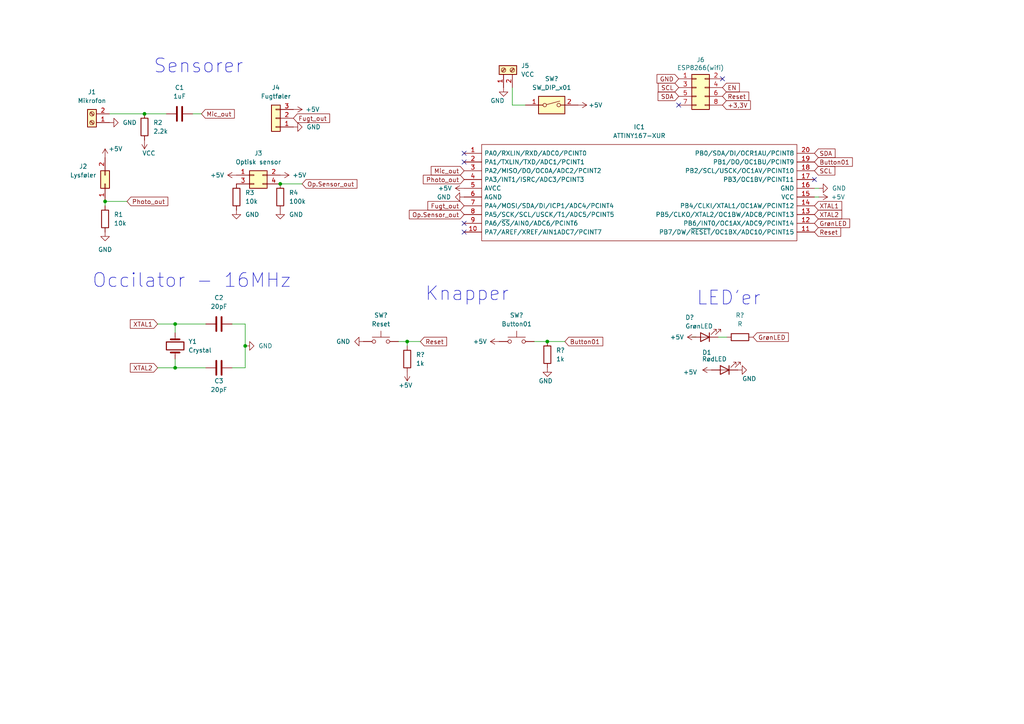
<source format=kicad_sch>
(kicad_sch (version 20211123) (generator eeschema)
  (paper "A4")
  (lib_symbols
    (symbol "Connector:Screw_Terminal_01x02" (pin_names (offset 1.016) hide)
      (property "Reference" "J" (at 0 2.54 0))
      (property "Value" "Screw_Terminal_01x02" (at 0 -5.08 0))
      (symbol "Screw_Terminal_01x02_1_1"
        (rectangle (start -1.27 1.27) (end 1.27 -3.81) (stroke (width 0.254)) (fill (type background)))
        (circle (center 0 -2.54) (radius 0.635) (stroke (width 0.1524)))
        (polyline (pts (xy -0.5334 -2.2098) (xy 0.3302 -3.048)) (stroke (width 0.1524)))
        (polyline (pts (xy -0.5334 0.3302) (xy 0.3302 -0.508)) (stroke (width 0.1524)))
        (polyline (pts (xy -0.3556 -2.032) (xy 0.508 -2.8702)) (stroke (width 0.1524)))
        (polyline (pts (xy -0.3556 0.508) (xy 0.508 -0.3302)) (stroke (width 0.1524)))
        (circle (center 0 0) (radius 0.635) (stroke (width 0.1524)))
        (pin passive line (at -5.08 0 0) (length 3.81) (name "Pin_1") (number "1"))
        (pin passive line (at -5.08 -2.54 0) (length 3.81) (name "Pin_2") (number "2"))
      )
    )
    (symbol "Connector_Generic:Conn_01x03" (pin_names (offset 1.016) hide)
      (property "Reference" "J" (at 0 5.08 0))
      (property "Value" "Conn_01x03" (at 0 -5.08 0))
      (symbol "Conn_01x03_1_1"
        (rectangle (start -1.27 -2.413) (end 0 -2.667) (stroke (width 0.1524)))
        (rectangle (start -1.27 0.127) (end 0 -0.127) (stroke (width 0.1524)))
        (rectangle (start -1.27 2.667) (end 0 2.413) (stroke (width 0.1524)))
        (rectangle (start -1.27 3.81) (end 1.27 -3.81) (stroke (width 0.254)) (fill (type background)))
        (pin passive line (at -5.08 2.54 0) (length 3.81) (name "Pin_1") (number "1"))
        (pin passive line (at -5.08 0 0) (length 3.81) (name "Pin_2") (number "2"))
        (pin passive line (at -5.08 -2.54 0) (length 3.81) (name "Pin_3") (number "3"))
      )
    )
    (symbol "Connector_Generic:Conn_02x01" (pin_names (offset 1.016) hide)
      (property "Reference" "J" (at 1.27 2.54 0))
      (property "Value" "Conn_02x01" (at 1.27 -2.54 0))
      (symbol "Conn_02x01_1_1"
        (rectangle (start -1.27 0.127) (end 0 -0.127) (stroke (width 0.1524)))
        (rectangle (start -1.27 1.27) (end 3.81 -1.27) (stroke (width 0.254)) (fill (type background)))
        (rectangle (start 3.81 0.127) (end 2.54 -0.127) (stroke (width 0.1524)))
        (pin passive line (at -5.08 0 0) (length 3.81) (name "Pin_1") (number "1"))
        (pin passive line (at 7.62 0 180) (length 3.81) (name "Pin_2") (number "2"))
      )
    )
    (symbol "Connector_Generic:Conn_02x02_Odd_Even" (pin_names (offset 1.016) hide)
      (property "Reference" "J" (at 1.27 2.54 0))
      (property "Value" "Conn_02x02_Odd_Even" (at 1.27 -5.08 0))
      (symbol "Conn_02x02_Odd_Even_1_1"
        (rectangle (start -1.27 -2.413) (end 0 -2.667) (stroke (width 0.1524)))
        (rectangle (start -1.27 0.127) (end 0 -0.127) (stroke (width 0.1524)))
        (rectangle (start -1.27 1.27) (end 3.81 -3.81) (stroke (width 0.254)) (fill (type background)))
        (rectangle (start 3.81 -2.413) (end 2.54 -2.667) (stroke (width 0.1524)))
        (rectangle (start 3.81 0.127) (end 2.54 -0.127) (stroke (width 0.1524)))
        (pin passive line (at -5.08 0 0) (length 3.81) (name "Pin_1") (number "1"))
        (pin passive line (at 7.62 0 180) (length 3.81) (name "Pin_2") (number "2"))
        (pin passive line (at -5.08 -2.54 0) (length 3.81) (name "Pin_3") (number "3"))
        (pin passive line (at 7.62 -2.54 180) (length 3.81) (name "Pin_4") (number "4"))
      )
    )
    (symbol "Connector_Generic:Conn_02x04_Odd_Even" (pin_names (offset 1.016) hide)
      (property "Reference" "J" (at 1.27 5.08 0))
      (property "Value" "Conn_02x04_Odd_Even" (at 1.27 -7.62 0))
      (symbol "Conn_02x04_Odd_Even_1_1"
        (rectangle (start -1.27 -4.953) (end 0 -5.207) (stroke (width 0.1524)))
        (rectangle (start -1.27 -2.413) (end 0 -2.667) (stroke (width 0.1524)))
        (rectangle (start -1.27 0.127) (end 0 -0.127) (stroke (width 0.1524)))
        (rectangle (start -1.27 2.667) (end 0 2.413) (stroke (width 0.1524)))
        (rectangle (start -1.27 3.81) (end 3.81 -6.35) (stroke (width 0.254)) (fill (type background)))
        (rectangle (start 3.81 -4.953) (end 2.54 -5.207) (stroke (width 0.1524)))
        (rectangle (start 3.81 -2.413) (end 2.54 -2.667) (stroke (width 0.1524)))
        (rectangle (start 3.81 0.127) (end 2.54 -0.127) (stroke (width 0.1524)))
        (rectangle (start 3.81 2.667) (end 2.54 2.413) (stroke (width 0.1524)))
        (pin passive line (at -5.08 2.54 0) (length 3.81) (name "Pin_1") (number "1"))
        (pin passive line (at 7.62 2.54 180) (length 3.81) (name "Pin_2") (number "2"))
        (pin passive line (at -5.08 0 0) (length 3.81) (name "Pin_3") (number "3"))
        (pin passive line (at 7.62 0 180) (length 3.81) (name "Pin_4") (number "4"))
        (pin passive line (at -5.08 -2.54 0) (length 3.81) (name "Pin_5") (number "5"))
        (pin passive line (at 7.62 -2.54 180) (length 3.81) (name "Pin_6") (number "6"))
        (pin passive line (at -5.08 -5.08 0) (length 3.81) (name "Pin_7") (number "7"))
        (pin passive line (at 7.62 -5.08 180) (length 3.81) (name "Pin_8") (number "8"))
      )
    )
    (symbol "Device:C" (pin_numbers hide) (pin_names (offset 0.254))
      (property "Reference" "C" (at 0.635 2.54 0))
      (property "Value" "C" (at 0.635 -2.54 0))
      (symbol "C_0_1"
        (polyline (pts (xy -2.032 -0.762) (xy 2.032 -0.762)) (stroke (width 0.508)))
        (polyline (pts (xy -2.032 0.762) (xy 2.032 0.762)) (stroke (width 0.508)))
      )
      (symbol "C_1_1"
        (pin passive line (at 0 3.81 270) (length 2.794) (name "~") (number "1"))
        (pin passive line (at 0 -3.81 90) (length 2.794) (name "~") (number "2"))
      )
    )
    (symbol "Device:Crystal" (pin_numbers hide) (pin_names (offset 1.016) hide)
      (property "Reference" "Y" (at 0 3.81 0))
      (property "Value" "Crystal" (at 0 -3.81 0))
      (symbol "Crystal_0_1"
        (rectangle (start -1.143 2.54) (end 1.143 -2.54) (stroke (width 0.3048)))
        (polyline (pts (xy -2.54 0) (xy -1.905 0)))
        (polyline (pts (xy -1.905 -1.27) (xy -1.905 1.27)) (stroke (width 0.508)))
        (polyline (pts (xy 1.905 -1.27) (xy 1.905 1.27)) (stroke (width 0.508)))
        (polyline (pts (xy 2.54 0) (xy 1.905 0)))
      )
      (symbol "Crystal_1_1"
        (pin passive line (at -3.81 0 0) (length 1.27) (name "1") (number "1"))
        (pin passive line (at 3.81 0 180) (length 1.27) (name "2") (number "2"))
      )
    )
    (symbol "Device:LED" (pin_numbers hide) (pin_names (offset 1.016) hide)
      (property "Reference" "D" (at 0 2.54 0))
      (property "Value" "LED" (at 0 -2.54 0))
      (symbol "LED_0_1"
        (polyline (pts (xy -1.27 -1.27) (xy -1.27 1.27)) (stroke (width 0.254)))
        (polyline (pts (xy -1.27 0) (xy 1.27 0)))
        (polyline (pts (xy 1.27 -1.27) (xy 1.27 1.27) (xy -1.27 0) (xy 1.27 -1.27)) (stroke (width 0.254)))
        (polyline (pts (xy -3.048 -0.762) (xy -4.572 -2.286) (xy -3.81 -2.286) (xy -4.572 -2.286) (xy -4.572 -1.524)))
        (polyline (pts (xy -1.778 -0.762) (xy -3.302 -2.286) (xy -2.54 -2.286) (xy -3.302 -2.286) (xy -3.302 -1.524)))
      )
      (symbol "LED_1_1"
        (pin passive line (at -3.81 0 0) (length 2.54) (name "K") (number "1"))
        (pin passive line (at 3.81 0 180) (length 2.54) (name "A") (number "2"))
      )
    )
    (symbol "Device:R" (pin_numbers hide) (pin_names (offset 0))
      (property "Reference" "R" (at 2.032 0 90))
      (property "Value" "R" (at 0 0 90))
      (symbol "R_0_1"
        (rectangle (start -1.016 -2.54) (end 1.016 2.54) (stroke (width 0.254)))
      )
      (symbol "R_1_1"
        (pin passive line (at 0 3.81 270) (length 1.27) (name "~") (number "1"))
        (pin passive line (at 0 -3.81 90) (length 1.27) (name "~") (number "2"))
      )
    )
    (symbol "Switch:SW_DIP_x01" (pin_names (offset 0) hide)
      (property "Reference" "SW" (at 0 3.81 0))
      (property "Value" "SW_DIP_x01" (at 0 -3.81 0))
      (symbol "SW_DIP_x01_0_0"
        (circle (center -2.032 0) (radius 0.508))
        (polyline (pts (xy -1.524 0.127) (xy 2.3622 1.1684)))
        (circle (center 2.032 0) (radius 0.508))
      )
      (symbol "SW_DIP_x01_0_1"
        (rectangle (start -3.81 2.54) (end 3.81 -2.54) (stroke (width 0.254)) (fill (type background)))
      )
      (symbol "SW_DIP_x01_1_1"
        (pin passive line (at -7.62 0 0) (length 5.08) (name "~") (number "1"))
        (pin passive line (at 7.62 0 180) (length 5.08) (name "~") (number "2"))
      )
    )
    (symbol "Switch:SW_MEC_5G" (pin_numbers hide) (pin_names (offset 1.016) hide)
      (property "Reference" "SW" (at 1.27 2.54 0))
      (property "Value" "SW_MEC_5G" (at 0 -1.524 0))
      (symbol "SW_MEC_5G_0_1"
        (circle (center -2.032 0) (radius 0.508))
        (polyline (pts (xy 0 1.27) (xy 0 3.048)))
        (polyline (pts (xy 2.54 1.27) (xy -2.54 1.27)))
        (circle (center 2.032 0) (radius 0.508))
        (pin passive line (at -5.08 0 0) (length 2.54) (name "A") (number "1"))
        (pin passive line (at 5.08 0 180) (length 2.54) (name "B") (number "3"))
      )
      (symbol "SW_MEC_5G_1_1"
        (pin passive line (at -5.08 0 0) (length 2.54) hide (name "A") (number "2"))
        (pin passive line (at 5.08 0 180) (length 2.54) hide (name "B") (number "4"))
      )
    )
    (symbol "power:+5V" (power) (pin_names (offset 0))
      (property "Value" "+5V" (at 0 3.556 0))
      (symbol "+5V_0_1"
        (polyline (pts (xy -0.762 1.27) (xy 0 2.54)))
        (polyline (pts (xy 0 0) (xy 0 2.54)))
        (polyline (pts (xy 0 2.54) (xy 0.762 1.27)))
      )
      (symbol "+5V_1_1"
        (pin power_in line (at 0 0 90) (length 0) hide (name "+5V") (number "1"))
      )
    )
    (symbol "power:GND" (power) (pin_names (offset 0))
      (property "Value" "GND" (at 0 -3.81 0))
      (symbol "GND_0_1"
        (polyline (pts (xy 0 0) (xy 0 -1.27) (xy 1.27 -1.27) (xy 0 -2.54) (xy -1.27 -1.27) (xy 0 -1.27)))
      )
      (symbol "GND_1_1"
        (pin power_in line (at 0 0 270) (length 0) hide (name "GND") (number "1"))
      )
    )
    (symbol "power:VCC" (power) (pin_names (offset 0))
      (property "Value" "VCC" (at 0 3.81 0))
      (symbol "VCC_0_1"
        (polyline (pts (xy -0.762 1.27) (xy 0 2.54)))
        (polyline (pts (xy 0 0) (xy 0 2.54)))
        (polyline (pts (xy 0 2.54) (xy 0.762 1.27)))
      )
      (symbol "VCC_1_1"
        (pin power_in line (at 0 0 90) (length 0) hide (name "VCC") (number "1"))
      )
    )
    (symbol "vitorkicad:ATTINY167-XUR" (pin_names (offset 0.762))
      (property "Reference" "IC" (at 97.79 7.62 0))
      (property "Value" "ATTINY167-XUR" (at 97.79 5.08 0))
      (symbol "ATTINY167-XUR_0_0"
        (pin bidirectional line (at 0 0 0) (length 5.08) (name "PA0/RXLIN/RXD/ADC0/PCINT0") (number "1"))
        (pin bidirectional line (at 0 -22.86 0) (length 5.08) (name "PA7/AREF/XREF/AIN1ADC7/PCINT7") (number "10"))
        (pin bidirectional line (at 101.6 -22.86 180) (length 5.08) (name "PB7/DW/~{RESET}/OC1BX/ADC10/PCINT15") (number "11"))
        (pin bidirectional line (at 101.6 -20.32 180) (length 5.08) (name "PB6/INT0/OC1AX/ADC9/PCINT14") (number "12"))
        (pin bidirectional line (at 101.6 -17.78 180) (length 5.08) (name "PB5/CLKO/XTAL2/OC1BW/ADC8/PCINT13") (number "13"))
        (pin bidirectional line (at 101.6 -15.24 180) (length 5.08) (name "PB4/CLKI/XTAL1/OC1AW/PCINT12") (number "14"))
        (pin power_in line (at 101.6 -12.7 180) (length 5.08) (name "VCC") (number "15"))
        (pin power_in line (at 101.6 -10.16 180) (length 5.08) (name "GND") (number "16"))
        (pin bidirectional line (at 101.6 -7.62 180) (length 5.08) (name "PB3/OC1BV/PCINT11") (number "17"))
        (pin bidirectional line (at 101.6 -5.08 180) (length 5.08) (name "PB2/SCL/USCK/OC1AV/PCINT10") (number "18"))
        (pin bidirectional line (at 101.6 -2.54 180) (length 5.08) (name "PB1/DO/OC1BU/PCINT9") (number "19"))
        (pin bidirectional line (at 0 -2.54 0) (length 5.08) (name "PA1/TXLIN/TXD/ADC1/PCINT1") (number "2"))
        (pin bidirectional line (at 101.6 0 180) (length 5.08) (name "PB0/SDA/DI/OCR1AU/PCINT8") (number "20"))
        (pin bidirectional line (at 0 -5.08 0) (length 5.08) (name "PA2/MISO/DO/OC0A/ADC2/PCINT2") (number "3"))
        (pin bidirectional line (at 0 -7.62 0) (length 5.08) (name "PA3/INT1/ISRC/ADC3/PCINT3") (number "4"))
        (pin power_in line (at 0 -10.16 0) (length 5.08) (name "AVCC") (number "5"))
        (pin power_in line (at 0 -12.7 0) (length 5.08) (name "AGND") (number "6"))
        (pin bidirectional line (at 0 -15.24 0) (length 5.08) (name "PA4/MOSI/SDA/DI/ICP1/ADC4/PCINT4") (number "7"))
        (pin bidirectional line (at 0 -17.78 0) (length 5.08) (name "PA5/SCK/SCL/USCK/T1/ADC5/PCINT5") (number "8"))
        (pin bidirectional line (at 0 -20.32 0) (length 5.08) (name "PA6/~{SS}/AIN0/ADC6/PCINT6") (number "9"))
      )
      (symbol "ATTINY167-XUR_0_1"
        (polyline (pts (xy 5.08 2.54) (xy 96.52 2.54) (xy 96.52 -25.4) (xy 5.08 -25.4) (xy 5.08 2.54)) (stroke (width 0.1524)))
      )
    )
  )
  (junction (at 118.11 99.06))
  (junction (at 50.8 93.98))
  (junction (at 71.12 100.33))
  (junction (at 50.8 106.68))
  (junction (at 81.28 53.34))
  (junction (at 30.48 58.42))
  (junction (at 41.91 33.02))
  (junction (at 158.75 99.06))
  (no_connect (at 236.22 52.07))
  (no_connect (at 134.62 64.77))
  (no_connect (at 134.62 67.31))
  (no_connect (at 209.55 22.86))
  (no_connect (at 134.62 44.45))
  (no_connect (at 134.62 46.99))
  (no_connect (at 196.85 30.48))
  (wire (pts (xy 31.75 33.02) (xy 41.91 33.02)))
  (wire (pts (xy 81.28 53.34) (xy 87.63 53.34)))
  (wire (pts (xy 118.11 100.33) (xy 118.11 99.06)))
  (wire (pts (xy 58.42 33.02) (xy 55.88 33.02)))
  (wire (pts (xy 118.11 99.06) (xy 115.57 99.06)))
  (wire (pts (xy 208.28 97.79) (xy 210.82 97.79)))
  (wire (pts (xy 50.8 106.68) (xy 59.69 106.68)))
  (wire (pts (xy 45.72 106.68) (xy 50.8 106.68)))
  (wire (pts (xy 45.72 93.98) (xy 50.8 93.98)))
  (wire (pts (xy 71.12 93.98) (xy 67.31 93.98)))
  (wire (pts (xy 30.48 58.42) (xy 30.48 59.69)))
  (wire (pts (xy 71.12 93.98) (xy 71.12 100.33)))
  (wire (pts (xy 148.59 25.4) (xy 148.59 30.48)))
  (wire (pts (xy 121.92 99.06) (xy 118.11 99.06)))
  (wire (pts (xy 201.93 97.79) (xy 200.66 97.79)))
  (wire (pts (xy 41.91 33.02) (xy 48.26 33.02)))
  (wire (pts (xy 148.59 30.48) (xy 152.4 30.48)))
  (wire (pts (xy 237.49 57.15) (xy 236.22 57.15)))
  (wire (pts (xy 50.8 93.98) (xy 50.8 96.52)))
  (wire (pts (xy 71.12 106.68) (xy 71.12 100.33)))
  (wire (pts (xy 50.8 93.98) (xy 59.69 93.98)))
  (wire (pts (xy 237.49 54.61) (xy 236.22 54.61)))
  (wire (pts (xy 154.94 99.06) (xy 158.75 99.06)))
  (wire (pts (xy 67.31 106.68) (xy 71.12 106.68)))
  (wire (pts (xy 30.48 58.42) (xy 36.83 58.42)))
  (wire (pts (xy 50.8 104.14) (xy 50.8 106.68)))
  (wire (pts (xy 158.75 99.06) (xy 163.83 99.06)))
  (text "Knapper" (at 123.19 87.63 0) (effects (font (size 4 4)) (justify left bottom)))
  (text "Sensorer\n" (at 44.45 21.59 0) (effects (font (size 4 4)) (justify left bottom)))
  (text "LED'er" (at 201.93 88.9 0) (effects (font (size 4 4)) (justify left bottom)))
  (text "Occilator - 16MHz\n" (at 26.67 83.82 0) (effects (font (size 4 4)) (justify left bottom)))
  (global_label "Button01" (shape input) (at 236.22 46.99 0) (property "Intersheet References" "${INTERSHEET_REFS}" (effects hide)))
  (global_label "SCL" (shape input) (at 236.22 49.53 0) (property "Intersheet References" "${INTERSHEET_REFS}" (effects hide)))
  (global_label "XTAL2" (shape input) (at 45.72 106.68 180) (property "Intersheet References" "${INTERSHEET_REFS}" (effects hide)))
  (global_label "Reset" (shape input) (at 121.92 99.06 0) (property "Intersheet References" "${INTERSHEET_REFS}" (effects hide)))
  (global_label "GND" (shape input) (at 196.85 22.86 180) (property "Intersheet References" "${INTERSHEET_REFS}" (effects hide)))
  (global_label "Mic_out" (shape input) (at 58.42 33.02 0) (property "Intersheet References" "${INTERSHEET_REFS}" (effects hide)))
  (global_label "GrønLED" (shape input) (at 236.22 64.77 0) (property "Intersheet References" "${INTERSHEET_REFS}" (effects hide)))
  (global_label "Fugt_out" (shape input) (at 134.62 59.69 180) (property "Intersheet References" "${INTERSHEET_REFS}" (effects hide)))
  (global_label "Reset" (shape input) (at 236.22 67.31 0) (property "Intersheet References" "${INTERSHEET_REFS}" (effects hide)))
  (global_label "SCL" (shape input) (at 196.85 25.4 180) (property "Intersheet References" "${INTERSHEET_REFS}" (effects hide)))
  (global_label "Reset" (shape input) (at 209.55 27.94 0) (property "Intersheet References" "${INTERSHEET_REFS}" (effects hide)))
  (global_label "Op.Sensor_out" (shape input) (at 134.62 62.23 180) (property "Intersheet References" "${INTERSHEET_REFS}" (effects hide)))
  (global_label "Mic_out" (shape input) (at 134.62 49.53 180) (property "Intersheet References" "${INTERSHEET_REFS}" (effects hide)))
  (global_label "Op.Sensor_out" (shape input) (at 87.63 53.34 0) (property "Intersheet References" "${INTERSHEET_REFS}" (effects hide)))
  (global_label "GrønLED" (shape input) (at 218.44 97.79 0) (property "Intersheet References" "${INTERSHEET_REFS}" (effects hide)))
  (global_label "XTAL1" (shape input) (at 45.72 93.98 180) (property "Intersheet References" "${INTERSHEET_REFS}" (effects hide)))
  (global_label "XTAL2" (shape input) (at 236.22 62.23 0) (property "Intersheet References" "${INTERSHEET_REFS}" (effects hide)))
  (global_label "Fugt_out" (shape input) (at 85.09 34.29 0) (property "Intersheet References" "${INTERSHEET_REFS}" (effects hide)))
  (global_label "+3,3V" (shape input) (at 209.55 30.48 0) (property "Intersheet References" "${INTERSHEET_REFS}" (effects hide)))
  (global_label "Button01" (shape input) (at 163.83 99.06 0) (property "Intersheet References" "${INTERSHEET_REFS}" (effects hide)))
  (global_label "EN" (shape input) (at 209.55 25.4 0) (property "Intersheet References" "${INTERSHEET_REFS}" (effects hide)))
  (global_label "SDA" (shape input) (at 236.22 44.45 0) (property "Intersheet References" "${INTERSHEET_REFS}" (effects hide)))
  (global_label "XTAL1" (shape input) (at 236.22 59.69 0) (property "Intersheet References" "${INTERSHEET_REFS}" (effects hide)))
  (global_label "Photo_out" (shape input) (at 134.62 52.07 180) (property "Intersheet References" "${INTERSHEET_REFS}" (effects hide)))
  (global_label "Photo_out" (shape input) (at 36.83 58.42 0) (property "Intersheet References" "${INTERSHEET_REFS}" (effects hide)))
  (global_label "SDA" (shape input) (at 196.85 27.94 180) (property "Intersheet References" "${INTERSHEET_REFS}" (effects hide)))
  (symbol (lib_id "power:+5V") (at 68.58 50.8 90) (unit 1)
    (property "Reference" "#PWR0111" (effects hide))
    (property "Value" "+5V" (at 60.96 50.8 90) (effects (justify right)))
  )
  (symbol (lib_id "Connector_Generic:Conn_02x01") (at 30.48 53.34 90) (unit 1)
    (property "Reference" "J2" (at 24.13 48.26 90))
    (property "Value" "Lysføler" (at 24.13 50.8 90))
  )
  (symbol (lib_id "power:GND") (at 237.49 54.61 90) (unit 1)
    (property "Reference" "#PWR0102" (effects hide))
    (property "Value" "GND" (at 241.3 54.6099 90) (effects (justify right)))
  )
  (symbol (lib_id "power:GND") (at 71.12 100.33 90) (unit 1)
    (property "Reference" "#PWR0105" (effects hide))
    (property "Value" "GND" (at 74.93 100.3299 90) (effects (justify right)))
  )
  (symbol (lib_id "power:GND") (at 81.28 60.96 0) (unit 1)
    (property "Reference" "#PWR0109" (effects hide))
    (property "Value" "GND" (at 83.82 62.2299 0) (effects (justify left)))
  )
  (symbol (lib_id "Switch:SW_DIP_x01") (at 160.02 30.48 0) (unit 1)
    (property "Reference" "SW?" (at 160.02 22.86 0))
    (property "Value" "SW_DIP_x01" (at 160.02 25.4 0))
  )
  (symbol (lib_id "Device:LED") (at 204.47 97.79 180) (unit 1)
    (property "Reference" "D?" (at 198.755 92.075 0) (effects (justify right)))
    (property "Value" "GrønLED" (at 198.755 94.615 0) (effects (justify right)))
  )
  (symbol (lib_id "power:+5V") (at 237.49 57.15 270) (unit 1)
    (property "Reference" "#PWR0101" (effects hide))
    (property "Value" "+5V" (at 245.11 57.15 90) (effects (justify right)))
  )
  (symbol (lib_id "power:GND") (at 105.41 99.06 270) (unit 1)
    (property "Reference" "#PWR?" (effects hide))
    (property "Value" "GND" (at 101.6 99.0599 90) (effects (justify right)))
  )
  (symbol (lib_id "Device:R") (at 158.75 102.87 0) (unit 1)
    (property "Reference" "R?" (at 161.29 101.5999 0) (effects (justify left)))
    (property "Value" "1k" (at 161.29 104.1399 0) (effects (justify left)))
  )
  (symbol (lib_id "power:+5V") (at 206.375 107.315 90) (unit 1)
    (property "Reference" "#PWR0103" (effects hide))
    (property "Value" "+5V" (at 198.12 107.95 90) (effects (justify right)))
  )
  (symbol (lib_id "power:+5V") (at 81.28 50.8 270) (unit 1)
    (property "Reference" "#PWR0115" (effects hide))
    (property "Value" "+5V" (at 88.9 50.8 90) (effects (justify right)))
  )
  (symbol (lib_id "Connector_Generic:Conn_01x03") (at 80.01 34.29 180) (unit 1)
    (property "Reference" "J4" (at 80.01 25.4 0))
    (property "Value" "Fugtføler" (at 80.01 27.94 0))
  )
  (symbol (lib_id "power:GND") (at 31.75 35.56 90) (unit 1)
    (property "Reference" "#PWR0108" (effects hide))
    (property "Value" "GND" (at 35.56 35.5599 90) (effects (justify right)))
  )
  (symbol (lib_id "power:GND") (at 158.75 106.68 0) (unit 1)
    (property "Reference" "#PWR?" (effects hide))
    (property "Value" "GND" (at 156.21 110.49 0) (effects (justify left)))
  )
  (symbol (lib_id "Device:R") (at 118.11 104.14 0) (unit 1)
    (property "Reference" "R?" (at 120.65 102.8699 0) (effects (justify left)))
    (property "Value" "1k" (at 120.65 105.4099 0) (effects (justify left)))
  )
  (symbol (lib_id "Connector_Generic:Conn_02x02_Odd_Even") (at 73.66 50.8 0) (unit 1)
    (property "Reference" "J3" (at 74.93 44.45 0))
    (property "Value" "Optisk sensor" (at 74.93 46.99 0))
  )
  (symbol (lib_id "Device:Crystal") (at 50.8 100.33 270) (unit 1)
    (property "Reference" "Y1" (at 54.61 99.0599 90) (effects (justify left)))
    (property "Value" "Crystal" (at 54.61 101.5999 90) (effects (justify left)))
  )
  (symbol (lib_id "Device:C") (at 63.5 93.98 90) (unit 1)
    (property "Reference" "C2" (at 63.5 86.36 90))
    (property "Value" "20pF" (at 63.5 88.9 90))
  )
  (symbol (lib_id "Device:LED") (at 210.185 107.315 180) (unit 1)
    (property "Reference" "D1" (at 206.375 102.235 0) (effects (justify left)))
    (property "Value" "RødLED" (at 210.82 104.14 0) (effects (justify left)))
  )
  (symbol (lib_id "power:+5V") (at 118.11 107.95 180) (unit 1)
    (property "Reference" "#PWR?" (effects hide))
    (property "Value" "+5V" (at 115.57 111.76 0) (effects (justify right)))
  )
  (symbol (lib_id "power:GND") (at 134.62 57.15 270) (unit 1)
    (property "Reference" "#PWR0118" (effects hide))
    (property "Value" "GND" (at 130.81 57.1499 90) (effects (justify right)))
  )
  (symbol (lib_id "Device:C") (at 63.5 106.68 90) (unit 1)
    (property "Reference" "C3" (at 63.5 110.49 90))
    (property "Value" "20pF" (at 63.5 113.03 90))
  )
  (symbol (lib_id "Device:R") (at 81.28 57.15 0) (unit 1)
    (property "Reference" "R4" (at 83.82 55.8799 0) (effects (justify left)))
    (property "Value" "100k" (at 83.82 58.4199 0) (effects (justify left)))
  )
  (symbol (lib_id "power:+5V") (at 167.64 30.48 270) (unit 1)
    (property "Reference" "#PWR0117" (effects hide))
    (property "Value" "+5V" (at 172.72 30.48 90))
  )
  (symbol (lib_id "power:+5V") (at 134.62 54.61 90) (unit 1)
    (property "Reference" "#PWR0119" (effects hide))
    (property "Value" "+5V" (at 127 54.61 90) (effects (justify right)))
  )
  (symbol (lib_id "power:GND") (at 85.09 36.83 90) (unit 1)
    (property "Reference" "#PWR0114" (effects hide))
    (property "Value" "GND" (at 88.9 36.8299 90) (effects (justify right)))
  )
  (symbol (lib_id "Connector:Screw_Terminal_01x02") (at 146.05 20.32 90) (unit 1)
    (property "Reference" "J5" (at 151.13 19.0499 90) (effects (justify right)))
    (property "Value" "VCC" (at 151.13 21.5899 90) (effects (justify right)))
  )
  (symbol (lib_id "Device:R") (at 214.63 97.79 90) (unit 1)
    (property "Reference" "R?" (at 214.63 91.44 90))
    (property "Value" "R" (at 214.63 93.98 90))
  )
  (symbol (lib_id "Connector:Screw_Terminal_01x02") (at 26.67 35.56 180) (unit 1)
    (property "Reference" "J1" (at 26.67 26.67 0))
    (property "Value" "Mikrofon" (at 26.67 29.21 0))
  )
  (symbol (lib_id "power:GND") (at 68.58 60.96 0) (unit 1)
    (property "Reference" "#PWR0110" (effects hide))
    (property "Value" "GND" (at 71.12 62.2299 0) (effects (justify left)))
  )
  (symbol (lib_id "power:GND") (at 146.05 25.4 0) (unit 1)
    (property "Reference" "#PWR0116" (effects hide))
    (property "Value" "GND" (at 142.24 29.21 0) (effects (justify left)))
  )
  (symbol (lib_id "Switch:SW_MEC_5G") (at 149.86 99.06 0) (unit 1)
    (property "Reference" "SW?" (at 149.86 91.44 0))
    (property "Value" "Button01" (at 149.86 93.98 0))
    (property "Footprint" "Button_Switch_SMD:SW_MEC_5GSH9" (effects hide))
    (property "Datasheet" "http://www.apem.com/int/index.php?controller=attachment&id_attachment=488" (effects hide))
  )
  (symbol (lib_id "Device:C") (at 52.07 33.02 90) (unit 1)
    (property "Reference" "C1" (at 52.07 25.4 90))
    (property "Value" "1uF" (at 52.07 27.94 90))
  )
  (symbol (lib_id "power:+5V") (at 85.09 31.75 270) (unit 1)
    (property "Reference" "#PWR0113" (effects hide))
    (property "Value" "+5V" (at 92.71 31.75 90) (effects (justify right)))
  )
  (symbol (lib_id "power:+5V") (at 30.48 45.72 0) (unit 1)
    (property "Reference" "#PWR0106" (effects hide))
    (property "Value" "+5V" (at 35.56 43.18 0) (effects (justify right)))
  )
  (symbol (lib_id "Switch:SW_MEC_5G") (at 110.49 99.06 0) (unit 1)
    (property "Reference" "SW?" (at 110.49 91.44 0))
    (property "Value" "Reset" (at 110.49 93.98 0))
    (property "Footprint" "Button_Switch_SMD:SW_MEC_5GSH9" (effects hide))
    (property "Datasheet" "http://www.apem.com/int/index.php?controller=attachment&id_attachment=488" (effects hide))
  )
  (symbol (lib_id "power:VCC") (at 41.91 40.64 180) (unit 1)
    (property "Reference" "#PWR0107" (effects hide))
    (property "Value" "VCC" (at 43.18 44.45 0))
  )
  (symbol (lib_id "Device:R") (at 41.91 36.83 0) (unit 1)
    (property "Reference" "R2" (at 44.45 35.5599 0) (effects (justify left)))
    (property "Value" "2.2k" (at 44.45 38.0999 0) (effects (justify left)))
  )
  (symbol (lib_id "Device:R") (at 30.48 63.5 0) (unit 1)
    (property "Reference" "R1" (at 33.02 62.2299 0) (effects (justify left)))
    (property "Value" "10k" (at 33.02 64.7699 0) (effects (justify left)))
  )
  (symbol (lib_id "power:GND") (at 213.995 107.315 90) (unit 1)
    (property "Reference" "#PWR0104" (effects hide))
    (property "Value" "GND" (at 215.2651 109.855 90) (effects (justify right)))
  )
  (symbol (lib_id "vitorkicad:ATTINY167-XUR") (at 134.62 44.45 0) (unit 1)
    (property "Reference" "IC1" (at 185.42 36.83 0))
    (property "Value" "ATTINY167-XUR" (at 185.42 39.37 0))
    (property "Footprint" "victorkicad:SOIC127P1034X264-20N" (effects hide))
    (property "Datasheet" "https://ms.componentsearchengine.com/Datasheets/1/ATTINY167-XUR.pdf" (effects hide))
    (property "Description" "8-bit Microcontrollers - MCU AVR 16KB FL 512B EE 512B RAM 16MHz Ind-G" (effects hide))
    (property "Height" "2.64" (effects hide))
    (property "Manufacturer_Name" "Microchip" (effects hide))
    (property "Manufacturer_Part_Number" "ATTINY167-XUR" (effects hide))
  )
  (symbol (lib_id "power:+5V") (at 144.78 99.06 90) (unit 1)
    (property "Reference" "#PWR?" (effects hide))
    (property "Value" "+5V" (at 137.16 99.06 90) (effects (justify right)))
  )
  (symbol (lib_id "Connector_Generic:Conn_02x04_Odd_Even") (at 201.93 25.4 0) (unit 1)
    (property "Reference" "J6" (at 203.2 17.3482 0))
    (property "Value" "ESP8266(wifi)" (at 203.2 19.6596 0))
  )
  (symbol (lib_id "power:GND") (at 30.48 67.31 0) (unit 1)
    (property "Reference" "#PWR0112" (effects hide))
    (property "Value" "GND" (at 30.48 72.39 0))
  )
  (symbol (lib_id "Device:R") (at 68.58 57.15 0) (unit 1)
    (property "Reference" "R3" (at 71.12 55.8799 0) (effects (justify left)))
    (property "Value" "10k" (at 71.12 58.4199 0) (effects (justify left)))
  )
  (symbol (lib_id "power:+5V") (at 201.93 97.79 90) (unit 1)
    (property "Reference" "#PWR?" (effects hide))
    (property "Value" "+5V" (at 194.31 97.79 90) (effects (justify right)))
  )
)
</source>
